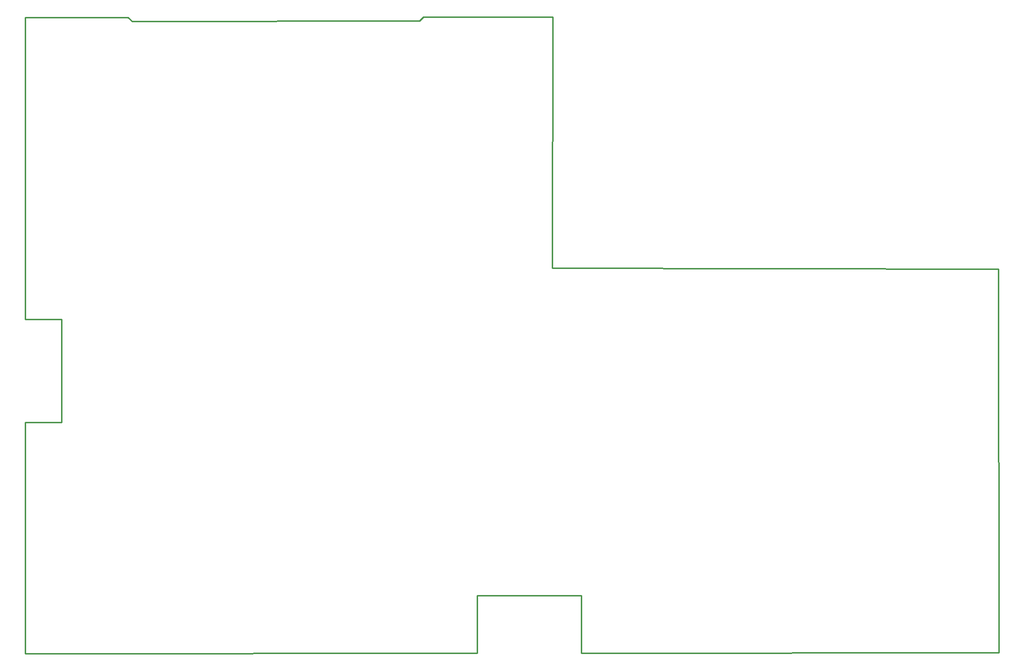
<source format=gbr>
G04 EAGLE Gerber RS-274X export*
G75*
%MOMM*%
%FSLAX34Y34*%
%LPD*%
%IN*%
%IPPOS*%
%AMOC8*
5,1,8,0,0,1.08239X$1,22.5*%
G01*
G04 Define Apertures*
%ADD10C,0.254000*%
D10*
X0Y168000D02*
X790000Y168464D01*
X790000Y269000D01*
X971983Y269000D01*
X971983Y168572D01*
X1702000Y169000D01*
X1701000Y841000D01*
X921000Y842000D01*
X922000Y1282000D01*
X696000Y1282000D01*
X689000Y1275000D01*
X187000Y1274000D01*
X180000Y1281000D01*
X0Y1281000D01*
X0Y752412D01*
X4Y752416D01*
X64000Y752416D01*
X64000Y572000D01*
X0Y572000D01*
X0Y168000D01*
M02*

</source>
